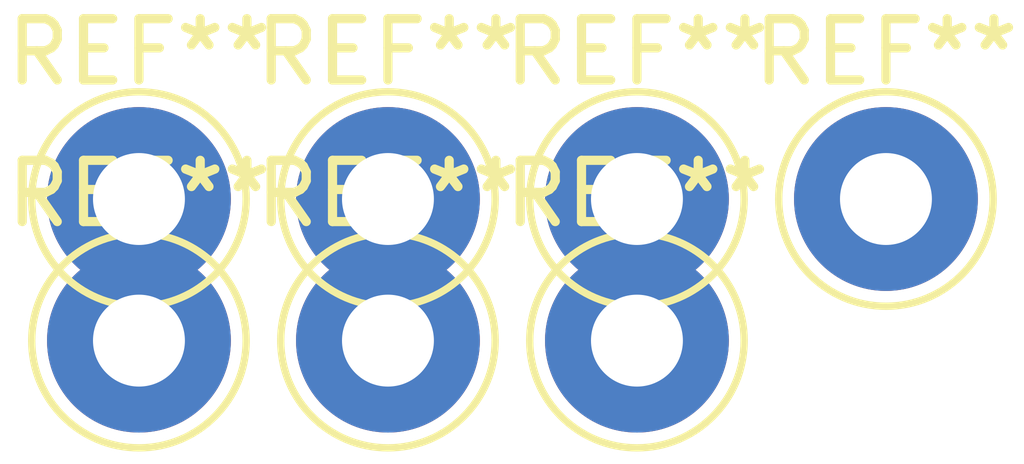
<source format=kicad_pcb>
(kicad_pcb (version 20240108) (generator "pcbnew") (generator_version "8.0")
  (layers (0 "F.Cu" signal) (31 "B.Cu" signal) (34 "B.Paste" user) (35 "F.Paste" user) (36 "B.SilkS" user "B.Silkscreen") (37 "F.SilkS" user "F.Silkscreen") (38 "B.Mask" user) (39 "F.Mask" user) (44 "Edge.Cuts" user))
  (net 0 "")
  (footprint "TestPoint:TestPoint_THTPad_D3.0mm_Drill1.5mm" (layer "F.Cu") (at 124.6124 73.3044)
    (property "Reference" "REF**" (at 0 -2.398 0) (layer "F.SilkS"))
    (property "Value" "TestPoint_THTPad_D3.0mm_Drill1.5mm" (hide yes))
    (fp_circle (center 0 0) (end 0 1.75) (stroke (width 0.12)) (fill none) (layer "F.SilkS"))
    (pad "1" thru_hole circle (at 0 0) (size 3 3) (drill 1.5) (layers "*.Cu" "*.Mask"))
  )
  (footprint "TestPoint:TestPoint_THTPad_D3.0mm_Drill1.5mm" (layer "F.Cu") (at 132.7404 73.3044)
    (property "Reference" "REF**" (at 0 -2.398 0) (layer "F.SilkS"))
    (property "Value" "TestPoint_THTPad_D3.0mm_Drill1.5mm" (hide yes))
    (fp_circle (center 0 0) (end 0 1.75) (stroke (width 0.12)) (fill none) (layer "F.SilkS"))
    (pad "1" thru_hole circle (at 0 0) (size 3 3) (drill 1.5) (layers "*.Cu" "*.Mask"))
  )
  (footprint "TestPoint:TestPoint_THTPad_D3.0mm_Drill1.5mm" (layer "F.Cu") (at 124.6124 75.6158)
    (property "Reference" "REF**" (at 0 -2.398 0) (layer "F.SilkS"))
    (property "Value" "TestPoint_THTPad_D3.0mm_Drill1.5mm" (hide yes))
    (fp_circle (center 0 0) (end 0 1.75) (stroke (width 0.12)) (fill none) (layer "F.SilkS"))
    (pad "1" thru_hole circle (at 0 0) (size 3 3) (drill 1.5) (layers "*.Cu" "*.Mask"))
  )
  (footprint "TestPoint:TestPoint_THTPad_D3.0mm_Drill1.5mm" (layer "F.Cu") (at 136.8044 73.3044)
    (property "Reference" "REF**" (at 0 -2.398 0) (layer "F.SilkS"))
    (property "Value" "TestPoint_THTPad_D3.0mm_Drill1.5mm" (hide yes))
    (fp_circle (center 0 0) (end 0 1.75) (stroke (width 0.12)) (fill none) (layer "F.SilkS"))
    (pad "1" thru_hole circle (at 0 0) (size 3 3) (drill 1.5) (layers "*.Cu" "*.Mask"))
  )
  (footprint "TestPoint:TestPoint_THTPad_D3.0mm_Drill1.5mm" (layer "F.Cu") (at 128.6764 73.3044)
    (property "Reference" "REF**" (at 0 -2.398 0) (layer "F.SilkS"))
    (property "Value" "TestPoint_THTPad_D3.0mm_Drill1.5mm" (hide yes))
    (fp_circle (center 0 0) (end 0 1.75) (stroke (width 0.12)) (fill none) (layer "F.SilkS"))
    (pad "1" thru_hole circle (at 0 0) (size 3 3) (drill 1.5) (layers "*.Cu" "*.Mask"))
  )
  (footprint "TestPoint:TestPoint_THTPad_D3.0mm_Drill1.5mm" (layer "F.Cu") (at 132.7404 75.6158)
    (property "Reference" "REF**" (at 0 -2.398 0) (layer "F.SilkS"))
    (property "Value" "TestPoint_THTPad_D3.0mm_Drill1.5mm" (hide yes))
    (fp_circle (center 0 0) (end 0 1.75) (stroke (width 0.12)) (fill none) (layer "F.SilkS"))
    (pad "1" thru_hole circle (at 0 0) (size 3 3) (drill 1.5) (layers "*.Cu" "*.Mask"))
  )
  (footprint "TestPoint:TestPoint_THTPad_D3.0mm_Drill1.5mm" (layer "F.Cu") (at 128.6764 75.6158)
    (property "Reference" "REF**" (at 0 -2.398 0) (layer "F.SilkS"))
    (property "Value" "TestPoint_THTPad_D3.0mm_Drill1.5mm" (hide yes))
    (fp_circle (center 0 0) (end 0 1.75) (stroke (width 0.12)) (fill none) (layer "F.SilkS"))
    (pad "1" thru_hole circle (at 0 0) (size 3 3) (drill 1.5) (layers "*.Cu" "*.Mask"))
  )
)
</source>
